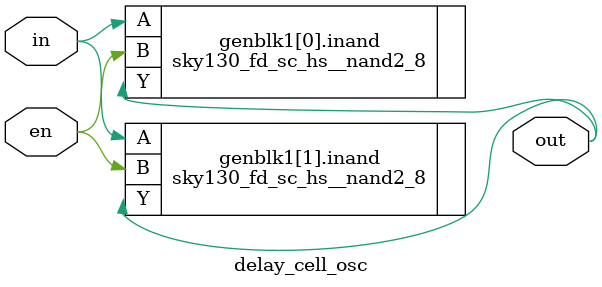
<source format=sv>
module delay_cell_osc (
    input in,
    input en,
    output out
);

////////////////////////////
// Explicit Instantiation //
////////////////////////////

// USE THE HD LIB/ REPLACE WITH HS LIB
// 6 stdcells per stage, matching and lower flickr noise

generate
    for (genvar i=0; i<2; i=i+1)
    sky130_fd_sc_hs__nand2_8 inand (
        .A(in),
        .B(en),
        .Y(out)
    );
endgenerate

endmodule

</source>
